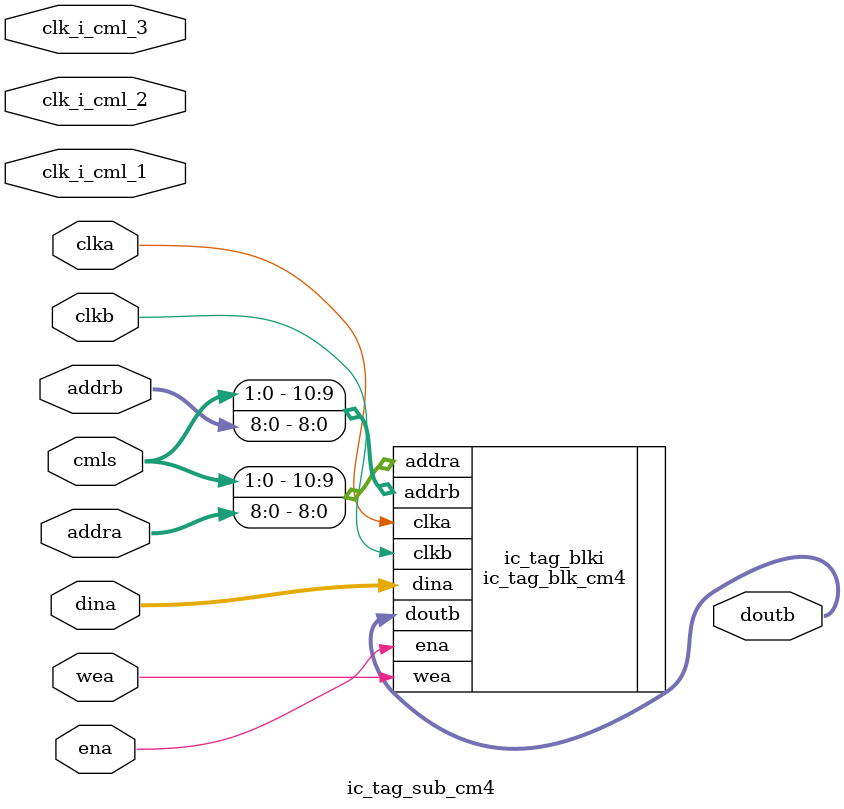
<source format=v>

/*******************************************************************************
*     This file is owned and controlled by Xilinx and must be used             *
*     solely for design, simulation, implementation and creation of            *
*     design files limited to Xilinx devices or technologies. Use              *
*     with non-Xilinx devices or technologies is expressly prohibited          *
*     and immediately terminates your license.                                 *
*                                                                              *
*     XILINX IS PROVIDING THIS DESIGN, CODE, OR INFORMATION "AS IS"            *
*     SOLELY FOR USE IN DEVELOPING PROGRAMS AND SOLUTIONS FOR                  *
*     XILINX DEVICES.  BY PROVIDING THIS DESIGN, CODE, OR INFORMATION          *
*     AS ONE POSSIBLE IMPLEMENTATION OF THIS FEATURE, APPLICATION              *
*     OR STANDARD, XILINX IS MAKING NO REPRESENTATION THAT THIS                *
*     IMPLEMENTATION IS FREE FROM ANY CLAIMS OF INFRINGEMENT,                  *
*     AND YOU ARE RESPONSIBLE FOR OBTAINING ANY RIGHTS YOU MAY REQUIRE         *
*     FOR YOUR IMPLEMENTATION.  XILINX EXPRESSLY DISCLAIMS ANY                 *
*     WARRANTY WHATSOEVER WITH RESPECT TO THE ADEQUACY OF THE                  *
*     IMPLEMENTATION, INCLUDING BUT NOT LIMITED TO ANY WARRANTIES OR           *
*     REPRESENTATIONS THAT THIS IMPLEMENTATION IS FREE FROM CLAIMS OF          *
*     INFRINGEMENT, IMPLIED WARRANTIES OF MERCHANTABILITY AND FITNESS          *
*     FOR A PARTICULAR PURPOSE.                                                *
*                                                                              *
*     Xilinx products are not intended for use in life support                 *
*     appliances, devices, or systems. Use in such applications are            *
*     expressly prohibited.                                                    *
*                                                                              *
*     (c) Copyright 1995-2009 Xilinx, Inc.                                     *
*     All rights reserved.                                                     *
*******************************************************************************/
// The synthesis directives "translate_off/translate_on" specified below are
// supported by Xilinx, Mentor Graphics and Synplicity synthesis
// tools. Ensure they are correct for your synthesis tool(s).

// You must compile the wrapper file ic_tag_blk.v when simulating
// the core, ic_tag_blk. When compiling the wrapper file, be sure to
// reference the XilinxCoreLib Verilog simulation library. For detailed
// instructions, please refer to the "CORE Generator Help".

`timescale 1ns/1ps

module ic_tag_sub_cm4(
		clk_i_cml_1,
		clk_i_cml_2,
		clk_i_cml_3,
		cmls,
		
	clka,
	ena,
	wea,
	addra,
	dina,
	clkb,
	addrb,
	doutb);


input clk_i_cml_1;
input clk_i_cml_2;
input clk_i_cml_3;
input [1:0] cmls;




input clka;
input ena;
input [0 : 0] wea;
input [8 : 0] addra;
input [19 : 0] dina;
input clkb;
input [8 : 0] addrb;
output [19 : 0] doutb;

ic_tag_blk_cm4 ic_tag_blki(
	.clka(clka),
	.ena(ena),
	.wea(wea),
	.addra({cmls, addra}),
	.dina(dina),
	.clkb(clkb),
	.addrb({cmls, addrb}),
	.doutb(doutb));

endmodule



</source>
